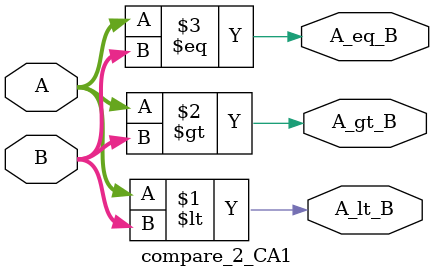
<source format=v>
module compare_2_CA1 (A_lt_B, A_gt_B, A_eq_B, A, B);
  input	[1: 0] 	A, B;
  output 		A_lt_B, A_gt_B, A_eq_B;

  assign 	A_lt_B = (A < B);
  assign 	A_gt_B = (A > B);
  assign 	A_eq_B = (A == B);
endmodule


</source>
